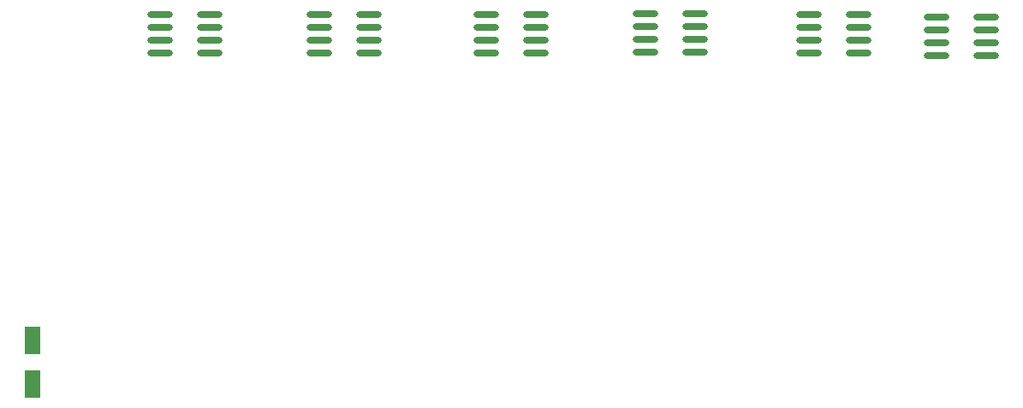
<source format=gtp>
G04*
G04 #@! TF.GenerationSoftware,Altium Limited,Altium Designer,24.6.1 (21)*
G04*
G04 Layer_Color=8421504*
%FSLAX25Y25*%
%MOIN*%
G70*
G04*
G04 #@! TF.SameCoordinates,BD51E7C1-7467-4EA1-BF67-8BC641B90C76*
G04*
G04*
G04 #@! TF.FilePolarity,Positive*
G04*
G01*
G75*
%ADD15R,0.06299X0.11024*%
%ADD16O,0.09843X0.02756*%
D15*
X168000Y146965D02*
D03*
Y130035D02*
D03*
D16*
X217854Y274000D02*
D03*
Y269000D02*
D03*
Y264000D02*
D03*
Y259000D02*
D03*
X237146Y274000D02*
D03*
Y269000D02*
D03*
Y264000D02*
D03*
Y259000D02*
D03*
X279854Y274000D02*
D03*
Y269000D02*
D03*
Y264000D02*
D03*
Y259000D02*
D03*
X299146Y274000D02*
D03*
Y269000D02*
D03*
Y264000D02*
D03*
Y259000D02*
D03*
X344854Y274000D02*
D03*
Y269000D02*
D03*
Y264000D02*
D03*
Y259000D02*
D03*
X364146Y274000D02*
D03*
Y269000D02*
D03*
Y264000D02*
D03*
Y259000D02*
D03*
X406854Y274500D02*
D03*
Y269500D02*
D03*
Y264500D02*
D03*
Y259500D02*
D03*
X426146Y274500D02*
D03*
Y269500D02*
D03*
Y264500D02*
D03*
Y259500D02*
D03*
X470354Y274000D02*
D03*
Y269000D02*
D03*
Y264000D02*
D03*
Y259000D02*
D03*
X489646Y274000D02*
D03*
Y269000D02*
D03*
Y264000D02*
D03*
Y259000D02*
D03*
X520000Y273000D02*
D03*
Y268000D02*
D03*
Y263000D02*
D03*
Y258000D02*
D03*
X539291Y273000D02*
D03*
Y268000D02*
D03*
Y263000D02*
D03*
Y258000D02*
D03*
M02*

</source>
